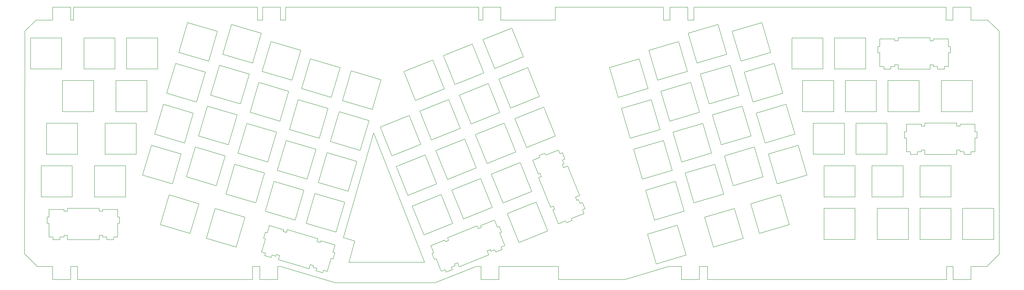
<source format=gm1>
G04 #@! TF.GenerationSoftware,KiCad,Pcbnew,(5.1.5-0-10_14)*
G04 #@! TF.CreationDate,2020-02-21T06:53:06+09:00*
G04 #@! TF.ProjectId,ColiceKeyPlate,436f6c69-6365-44b6-9579-506c6174652e,rev?*
G04 #@! TF.SameCoordinates,Original*
G04 #@! TF.FileFunction,Profile,NP*
%FSLAX46Y46*%
G04 Gerber Fmt 4.6, Leading zero omitted, Abs format (unit mm)*
G04 Created by KiCad (PCBNEW (5.1.5-0-10_14)) date 2020-02-21 06:53:06*
%MOMM*%
%LPD*%
G04 APERTURE LIST*
%ADD10C,0.200000*%
G04 APERTURE END LIST*
D10*
X316488581Y-141807467D02*
X316488581Y-136015557D01*
X320092320Y-136015557D02*
X320092320Y-141807467D01*
X426642935Y-136012514D02*
X429467026Y-136012514D01*
X437467235Y-141807467D02*
X437467235Y-136012514D01*
X320092320Y-141807467D02*
X426642935Y-141807467D01*
X429467026Y-136012514D02*
X429467026Y-141807467D01*
X253722793Y-141807467D02*
X283314242Y-141807467D01*
X227179384Y-136012514D02*
X253722793Y-136012514D01*
X429467026Y-141807467D02*
X437467235Y-141807467D01*
X308488340Y-136012514D02*
X308488340Y-141807467D01*
X253722793Y-136012514D02*
X253722793Y-141807467D01*
X302868903Y-136012514D02*
X308488340Y-136012514D01*
X437467235Y-136012514D02*
X444533955Y-136012514D01*
X426642935Y-141807467D02*
X426642935Y-136012514D01*
X227179384Y-141807467D02*
X227179384Y-136012514D01*
X316488581Y-136015557D02*
X320092320Y-136015557D01*
X308488340Y-141807467D02*
X316488581Y-141807467D01*
X283314242Y-141807467D02*
X302868903Y-136012514D01*
X132157134Y-26210065D02*
X129859282Y-26210065D01*
X300435958Y-26210065D02*
X300435958Y-20389232D01*
X444533955Y-136012514D02*
X450103862Y-130480417D01*
X36369007Y-26210065D02*
X36369007Y-20389232D01*
X119657161Y-20389232D02*
X37657179Y-20389232D01*
X121868956Y-26210065D02*
X119657161Y-26210065D01*
X129859282Y-26210065D02*
X129868927Y-20389232D01*
X437467235Y-20389232D02*
X429430515Y-20389232D01*
X132157134Y-20389232D02*
X132157134Y-26210065D01*
X218156970Y-20389232D02*
X132157134Y-20389232D01*
X437467235Y-26210065D02*
X437467235Y-20389232D01*
X252327682Y-26210065D02*
X248317153Y-26210065D01*
X429430515Y-26210065D02*
X426345693Y-26210065D01*
X220068626Y-26201692D02*
X218156970Y-26210065D01*
X220061591Y-20389232D02*
X220068626Y-26201692D01*
X227965845Y-26210065D02*
X227965845Y-20389232D01*
X426345693Y-20389232D02*
X314006107Y-20389232D01*
X426345693Y-26210065D02*
X426345693Y-20389232D01*
X236639896Y-26210065D02*
X227965845Y-26210065D01*
X314006107Y-20389232D02*
X314006107Y-26210065D01*
X129868927Y-20389232D02*
X121868956Y-20389232D01*
X300435958Y-20389232D02*
X252327682Y-20389232D01*
X444906829Y-26210065D02*
X437467235Y-26210065D01*
X248317153Y-26210065D02*
X236639896Y-26210065D01*
X219179429Y-141807467D02*
X227179384Y-141807467D01*
X128602400Y-136026467D02*
X129868927Y-136026467D01*
X120602429Y-136023935D02*
X120602429Y-141802140D01*
X36369007Y-20389232D02*
X28369040Y-20389232D01*
X128602400Y-141802140D02*
X128602400Y-136026467D01*
X311307210Y-26210065D02*
X311307210Y-20389232D01*
X219179429Y-136012514D02*
X219179429Y-141807467D01*
X28371387Y-136017585D02*
X28371387Y-141802140D01*
X218156970Y-26210065D02*
X218156970Y-20389232D01*
X198670365Y-143314561D02*
X217092015Y-136012514D01*
X39464795Y-136020125D02*
X39464795Y-141807467D01*
X429430515Y-20389232D02*
X429430515Y-26210065D01*
X217092015Y-136012514D02*
X219179429Y-136012514D01*
X154368706Y-143314561D02*
X198670365Y-143314561D01*
X129868927Y-136026467D02*
X154368706Y-143314561D01*
X119657161Y-26210065D02*
X119657161Y-20389232D01*
X36371354Y-141802140D02*
X36371354Y-136020125D01*
X303306968Y-26210065D02*
X300435958Y-26210065D01*
X314006107Y-26210065D02*
X311307210Y-26210065D01*
X21488531Y-136017585D02*
X28371387Y-136017585D01*
X117413032Y-141807467D02*
X117413032Y-136023679D01*
X37657179Y-20389232D02*
X37657179Y-26210065D01*
X227965845Y-20389232D02*
X220061591Y-20389232D01*
X450103862Y-31198190D02*
X444906829Y-26210065D01*
X303306968Y-20389232D02*
X303306968Y-26210065D01*
X252327682Y-20389232D02*
X252327682Y-26210065D01*
X120602429Y-141802140D02*
X128602400Y-141802140D01*
X117413032Y-136023679D02*
X120602429Y-136023935D01*
X39464795Y-141807467D02*
X117413032Y-141807467D01*
X36371354Y-136020125D02*
X39464795Y-136020125D01*
X28371387Y-141802140D02*
X36371354Y-141802140D01*
X15859427Y-130328184D02*
X21488531Y-136017585D01*
X16031011Y-31061437D02*
X15859427Y-130328184D01*
X311307210Y-20389232D02*
X303306968Y-20389232D01*
X450103862Y-130480417D02*
X450103862Y-31198190D01*
X37657179Y-26210065D02*
X36369007Y-26210065D01*
X21013680Y-26210065D02*
X16031011Y-31061437D01*
X28369040Y-26210065D02*
X21013680Y-26210065D01*
X28369040Y-20389232D02*
X28369040Y-26210065D01*
X121868956Y-20389232D02*
X121868956Y-26210065D01*
X296455657Y-115297466D02*
X309739511Y-111374316D01*
X309739511Y-111374316D02*
X305816380Y-98090398D01*
X171368706Y-76480671D02*
X157891435Y-123101698D01*
X327289736Y-103713931D02*
X323366605Y-90430013D01*
X310082751Y-94353163D02*
X314005882Y-107637081D01*
X340917080Y-82770474D02*
X327633226Y-86693624D01*
X162950724Y-124634863D02*
X160368721Y-134101657D01*
X157891435Y-123101698D02*
X162950724Y-124634863D01*
X331556357Y-99977542D02*
X344840211Y-96054392D01*
X310551880Y-130946828D02*
X306628749Y-117662910D01*
X306628749Y-117662910D02*
X293345293Y-121585943D01*
X292532526Y-102013548D02*
X296455657Y-115297466D01*
X305816380Y-98090398D02*
X292532526Y-102013548D01*
X194082367Y-134101657D02*
X171368706Y-76480671D01*
X293345293Y-121585943D02*
X297268424Y-134869861D01*
X322716194Y-127354216D02*
X336000048Y-123431066D01*
X297268424Y-134869861D02*
X310551880Y-130946828D01*
X323366605Y-90430013D02*
X310082751Y-94353163D01*
X327633226Y-86693624D02*
X331556357Y-99977542D01*
X336000048Y-123431066D02*
X332076917Y-110147148D01*
X314005882Y-107637081D02*
X327289736Y-103713931D01*
X318793063Y-114070298D02*
X322716194Y-127354216D01*
X344840211Y-96054392D02*
X340917080Y-82770474D01*
X160368721Y-134101657D02*
X194082367Y-134101657D01*
X312603059Y-53984108D02*
X299319205Y-57907258D01*
X349721987Y-45498006D02*
X336438133Y-49421156D01*
X353645118Y-58781923D02*
X349721987Y-45498006D01*
X297860456Y-52967863D02*
X311144310Y-49044713D01*
X293937325Y-39683945D02*
X297860456Y-52967863D01*
X322251434Y-68470610D02*
X326174566Y-81754528D01*
X334076540Y-59608064D02*
X330153409Y-46324146D01*
X316869555Y-50247296D02*
X320792686Y-63531214D01*
X345743019Y-80927964D02*
X359026873Y-77004814D01*
X334979384Y-44481760D02*
X348263238Y-40558610D01*
X359026873Y-77004814D02*
X355103742Y-63720896D01*
X355103742Y-63720896D02*
X341819888Y-67644046D01*
X408733042Y-73389156D02*
X408733042Y-72576353D01*
X336438133Y-49421156D02*
X340361264Y-62705073D01*
X348263238Y-40558610D02*
X344340107Y-27274692D01*
X344340107Y-27274692D02*
X331056253Y-31197842D01*
X416907595Y-72068352D02*
X431098497Y-72068352D01*
X415387831Y-73389156D02*
X416907595Y-73389156D01*
X415387831Y-72576353D02*
X415387831Y-73389156D01*
X280309981Y-60627402D02*
X293593835Y-56704252D01*
X308624091Y-89414067D02*
X321907945Y-85490917D01*
X340361264Y-62705073D02*
X353645118Y-58781923D01*
X326174566Y-81754528D02*
X339458420Y-77831378D01*
X408733042Y-72576353D02*
X415387831Y-72576353D01*
X291073791Y-97074198D02*
X304357645Y-93151048D01*
X317984814Y-72206999D02*
X304700960Y-76130149D01*
X311487550Y-32023560D02*
X315410681Y-45307478D01*
X352583429Y-104090087D02*
X339299575Y-108013237D01*
X295052634Y-61643817D02*
X281768780Y-65566967D01*
X276386850Y-47343484D02*
X280309981Y-60627402D01*
X311144310Y-49044713D02*
X307221179Y-35760795D01*
X324771404Y-28100410D02*
X311487550Y-32023560D01*
X331056253Y-31197842D02*
X334979384Y-44481760D01*
X315410681Y-45307478D02*
X328694535Y-41384328D01*
X332076917Y-110147148D02*
X318793063Y-114070298D01*
X285691911Y-78850885D02*
X298975765Y-74927735D01*
X356506560Y-117374005D02*
X352583429Y-104090087D01*
X330153409Y-46324146D02*
X316869555Y-50247296D01*
X343222706Y-121297155D02*
X356506560Y-117374005D01*
X341819888Y-67644046D02*
X345743019Y-80927964D01*
X339299575Y-108013237D02*
X343222706Y-121297155D01*
X364408664Y-95227828D02*
X360485533Y-81943910D01*
X351124810Y-99150978D02*
X364408664Y-95227828D01*
X347201679Y-85867061D02*
X351124810Y-99150978D01*
X360485533Y-81943910D02*
X347201679Y-85867061D01*
X304357645Y-93151048D02*
X300434514Y-79867130D01*
X416907595Y-73389156D02*
X416907595Y-72068352D01*
X287150660Y-83790280D02*
X291073791Y-97074198D01*
X300434514Y-79867130D02*
X287150660Y-83790280D01*
X408733042Y-75979964D02*
X408733042Y-73389156D01*
X298975765Y-74927735D02*
X295052634Y-61643817D01*
X281768780Y-65566967D02*
X285691911Y-78850885D01*
X293593835Y-56704252D02*
X289670704Y-43420334D01*
X321907945Y-85490917D02*
X317984814Y-72206999D01*
X339458420Y-77831378D02*
X335535288Y-64547460D01*
X328694535Y-41384328D02*
X324771404Y-28100410D01*
X307221179Y-35760795D02*
X293937325Y-39683945D01*
X320792686Y-63531214D02*
X334076540Y-59608064D01*
X289670704Y-43420334D02*
X276386850Y-47343484D01*
X304700960Y-76130149D02*
X308624091Y-89414067D01*
X316526190Y-67268026D02*
X312603059Y-53984108D01*
X335535288Y-64547460D02*
X322251434Y-68470610D01*
X303242336Y-71191176D02*
X316526190Y-67268026D01*
X299319205Y-57907258D02*
X303242336Y-71191176D01*
X410536439Y-86038395D02*
X410536439Y-84869991D01*
X434421658Y-84869991D02*
X432618260Y-84869991D01*
X405026237Y-48031228D02*
X405026237Y-46075420D01*
X403506473Y-34569186D02*
X403506473Y-35381989D01*
X425588295Y-48031228D02*
X422540300Y-48031228D01*
X396851684Y-46862824D02*
X396851684Y-46075420D01*
X416907595Y-86038395D02*
X416907595Y-84082588D01*
X432618260Y-72576353D02*
X439273049Y-72576353D01*
X439273049Y-84869991D02*
X437469653Y-84869991D01*
X413584434Y-86038395D02*
X410536439Y-86038395D01*
X431098497Y-86038395D02*
X416907595Y-86038395D01*
X415387831Y-84082588D02*
X415387831Y-84869991D01*
X431098497Y-73389156D02*
X432618260Y-73389156D01*
X413584434Y-84869991D02*
X413584434Y-86038395D01*
X415387831Y-84869991D02*
X413584434Y-84869991D01*
X405026237Y-46075420D02*
X403506473Y-46075420D01*
X434421658Y-86038395D02*
X434421658Y-84869991D01*
X395967184Y-40766805D02*
X395967184Y-37972797D01*
X431098497Y-84082588D02*
X431098497Y-86038395D01*
X395967184Y-37972797D02*
X396851684Y-37972797D01*
X440157283Y-78773973D02*
X439273049Y-78773973D01*
X440157283Y-75979964D02*
X440157283Y-78773973D01*
X419217139Y-46075420D02*
X419217139Y-48031228D01*
X425588295Y-46862824D02*
X425588295Y-48031228D01*
X398655081Y-48031228D02*
X398655081Y-46862824D01*
X420736902Y-46862824D02*
X420736902Y-46075420D01*
X396851684Y-35381989D02*
X396851684Y-34569186D01*
X431098497Y-72068352D02*
X431098497Y-73389156D01*
X422540300Y-48031228D02*
X422540300Y-46862824D01*
X416907595Y-84082588D02*
X415387831Y-84082588D01*
X437469653Y-86038395D02*
X434421658Y-86038395D01*
X428275925Y-37972797D02*
X428275925Y-40766805D01*
X439273049Y-78773973D02*
X439273049Y-84869991D01*
X432618260Y-73389156D02*
X432618260Y-72576353D01*
X396851684Y-34569186D02*
X403506473Y-34569186D01*
X419217139Y-48031228D02*
X405026237Y-48031228D01*
X428275925Y-40766805D02*
X427391691Y-40766805D01*
X396851684Y-40766805D02*
X395967184Y-40766805D01*
X403506473Y-35381989D02*
X405026237Y-35381989D01*
X427391691Y-46862824D02*
X425588295Y-46862824D01*
X407848542Y-75979964D02*
X408733042Y-75979964D01*
X408733042Y-78773973D02*
X407848542Y-78773973D01*
X401703076Y-46862824D02*
X401703076Y-48031228D01*
X427391691Y-40766805D02*
X427391691Y-46862824D01*
X403506473Y-46075420D02*
X403506473Y-46862824D01*
X432618260Y-84082588D02*
X431098497Y-84082588D01*
X439273049Y-72576353D02*
X439273049Y-75979964D01*
X422540300Y-46862824D02*
X420736902Y-46862824D01*
X408733042Y-84082588D02*
X408733042Y-78773973D01*
X405026237Y-34061185D02*
X419217139Y-34061185D01*
X405026237Y-35381989D02*
X405026237Y-34061185D01*
X396851684Y-46075420D02*
X396851684Y-40766805D01*
X407848542Y-78773973D02*
X407848542Y-75979964D01*
X396851684Y-37972797D02*
X396851684Y-35381989D01*
X437469653Y-84869991D02*
X437469653Y-86038395D01*
X401703076Y-48031228D02*
X398655081Y-48031228D01*
X439273049Y-75979964D02*
X440157283Y-75979964D01*
X398655081Y-46862824D02*
X396851684Y-46862824D01*
X432618260Y-84869991D02*
X432618260Y-84082588D01*
X403506473Y-46862824D02*
X401703076Y-46862824D01*
X408733042Y-84869991D02*
X408733042Y-84082588D01*
X420736902Y-46075420D02*
X419217139Y-46075420D01*
X410536439Y-84869991D02*
X408733042Y-84869991D01*
X427391691Y-37972797D02*
X428275925Y-37972797D01*
X376690416Y-34116925D02*
X376690416Y-47967694D01*
X424219288Y-66965893D02*
X438070343Y-66965893D01*
X433742419Y-110125333D02*
X433742419Y-123976101D01*
X414740607Y-123976366D02*
X428591662Y-123976366D01*
X390541471Y-47967694D02*
X390541471Y-34116925D01*
X400454984Y-53115125D02*
X400454984Y-66965893D01*
X414306039Y-53115125D02*
X400454984Y-53115125D01*
X381452908Y-66966158D02*
X395303962Y-66966158D01*
X386215399Y-72119674D02*
X386215399Y-85970442D01*
X376301886Y-66969468D02*
X376301886Y-53118347D01*
X362450831Y-66969468D02*
X376301886Y-66969468D01*
X395303962Y-53115389D02*
X381452908Y-53115389D01*
X395303962Y-66966158D02*
X395303962Y-53115389D01*
X427391691Y-34569186D02*
X427391691Y-37972797D01*
X385826869Y-110128603D02*
X371975814Y-110128603D01*
X371975814Y-104972264D02*
X385826869Y-104972264D01*
X409589585Y-123979677D02*
X409589585Y-110128555D01*
X371539394Y-34117454D02*
X357688340Y-34117454D01*
X367213323Y-85970890D02*
X381064377Y-85970890D01*
X385826869Y-91121143D02*
X371975814Y-91121143D01*
X419217139Y-34061185D02*
X419217139Y-35381989D01*
X393358533Y-104975434D02*
X407209588Y-104975434D01*
X385826869Y-104972264D02*
X385826869Y-91121143D01*
X371975814Y-91121143D02*
X371975814Y-104972264D01*
X395738530Y-110128555D02*
X395738530Y-123979677D01*
X428591662Y-110125598D02*
X414740607Y-110125598D01*
X424219288Y-53115125D02*
X424219288Y-66965893D01*
X409589585Y-110128555D02*
X395738530Y-110128555D01*
X400066454Y-72119674D02*
X386215399Y-72119674D01*
X414740797Y-104972259D02*
X428591852Y-104972259D01*
X414306039Y-66965893D02*
X414306039Y-53115125D01*
X371539394Y-47968223D02*
X371539394Y-34117454D01*
X381064377Y-85970890D02*
X381064377Y-72119769D01*
X357688340Y-47968223D02*
X371539394Y-47968223D01*
X362450831Y-53118347D02*
X362450831Y-66969468D01*
X420736902Y-34569186D02*
X427391691Y-34569186D01*
X420736902Y-35381989D02*
X420736902Y-34569186D01*
X414740797Y-91121137D02*
X414740797Y-104972259D01*
X419217139Y-35381989D02*
X420736902Y-35381989D01*
X428591852Y-104972259D02*
X428591852Y-91121137D01*
X428591852Y-91121137D02*
X414740797Y-91121137D01*
X386215399Y-85970442D02*
X400066454Y-85970442D01*
X395738530Y-123979677D02*
X409589585Y-123979677D01*
X400066454Y-85970442D02*
X400066454Y-72119674D01*
X428591662Y-123976366D02*
X428591662Y-110125598D01*
X407209588Y-104975434D02*
X407209588Y-91124312D01*
X381064377Y-72119769D02*
X367213323Y-72119769D01*
X393358533Y-91124312D02*
X393358533Y-104975434D01*
X407209588Y-91124312D02*
X393358533Y-91124312D01*
X385826869Y-123979724D02*
X385826869Y-110128603D01*
X371975814Y-123979724D02*
X385826869Y-123979724D01*
X447593474Y-123976101D02*
X447593474Y-110125333D01*
X381452908Y-53115389D02*
X381452908Y-66966158D01*
X367213323Y-72119769D02*
X367213323Y-85970890D01*
X371975814Y-110128603D02*
X371975814Y-123979724D01*
X447593474Y-110125333D02*
X433742419Y-110125333D01*
X376690416Y-47967694D02*
X390541471Y-47967694D01*
X414740607Y-110125598D02*
X414740607Y-123976366D01*
X433742419Y-123976101D02*
X447593474Y-123976101D01*
X390541471Y-34116925D02*
X376690416Y-34116925D01*
X400454984Y-66965893D02*
X414306039Y-66965893D01*
X357688340Y-34117454D02*
X357688340Y-47968223D01*
X438070343Y-66965893D02*
X438070343Y-53115125D01*
X438070343Y-53115125D02*
X424219288Y-53115125D01*
X201473994Y-138136887D02*
X201179029Y-137406818D01*
X204752528Y-124429780D02*
X204257748Y-123205152D01*
X261286794Y-105098577D02*
X261856108Y-106507685D01*
X201179029Y-137406818D02*
X199190394Y-132484756D01*
X251187762Y-110818001D02*
X251941377Y-110513519D01*
X251372063Y-109104411D02*
X250147440Y-109599194D01*
X197173214Y-127492040D02*
X196868733Y-126738422D01*
X251941377Y-110513519D02*
X251372063Y-109104411D01*
X263261738Y-107884807D02*
X264345058Y-107447115D01*
X253638603Y-84066620D02*
X254314167Y-85738707D01*
X247986499Y-86350231D02*
X253638603Y-84066620D01*
X246056051Y-95946770D02*
X245486738Y-94537664D01*
X206409817Y-137402838D02*
X203583765Y-138544644D01*
X207644208Y-135643944D02*
X205972127Y-136319513D01*
X257784167Y-91208277D02*
X263100178Y-104365918D01*
X221915921Y-129028522D02*
X222648577Y-130841916D01*
X254434307Y-116683762D02*
X253680693Y-116988244D01*
X245064711Y-86577034D02*
X247655259Y-85530379D01*
X255455968Y-88564773D02*
X256131533Y-90236863D01*
X253680693Y-116988244D02*
X251187762Y-110818001D01*
X209490999Y-136157953D02*
X208758343Y-134344559D01*
X254314167Y-85738707D02*
X255397487Y-85301015D01*
X256131533Y-90236863D02*
X255401468Y-90531830D01*
X198143744Y-129894195D02*
X197173214Y-127492040D01*
X199190394Y-132484756D02*
X198370300Y-132816097D01*
X264403538Y-110710872D02*
X265079103Y-112382961D01*
X247655259Y-85530379D02*
X247986499Y-86350231D01*
X263100178Y-104365918D02*
X261286794Y-105098577D01*
X255401468Y-90531830D02*
X255970782Y-91940936D01*
X203343427Y-124999097D02*
X204752528Y-124429780D01*
X244831429Y-96441553D02*
X246056051Y-95946770D01*
X203146075Y-137461318D02*
X201473994Y-138136887D01*
X203583765Y-138544644D02*
X203146075Y-137461318D01*
X376301886Y-53118347D02*
X362450831Y-53118347D01*
X259758339Y-115486671D02*
X257167791Y-116533326D01*
X250147440Y-109599194D02*
X244831429Y-96441553D01*
X256836451Y-115713227D02*
X254434307Y-116683762D01*
X257167791Y-116533326D02*
X256836451Y-115713227D01*
X259426999Y-114666572D02*
X259758339Y-115486671D01*
X264349038Y-112677928D02*
X259426999Y-114666572D01*
X244733123Y-94842146D02*
X242240193Y-88671903D01*
X198370300Y-132816097D02*
X197323649Y-130225537D01*
X242240193Y-88671903D02*
X245395951Y-87396886D01*
X265486858Y-110273180D02*
X264403538Y-110710872D01*
X204257748Y-123205152D02*
X217415326Y-117889115D01*
X223619986Y-129189274D02*
X223325021Y-128459206D01*
X203038947Y-124245479D02*
X203343427Y-124999097D01*
X197323649Y-130225537D02*
X198143744Y-129894195D01*
X207349242Y-134913876D02*
X207644208Y-135643944D01*
X222648577Y-130841916D02*
X209490999Y-136157953D01*
X223325021Y-128459206D02*
X221915921Y-129028522D01*
X265079103Y-112382961D02*
X264349038Y-112677928D01*
X205972127Y-136319513D02*
X206409817Y-137402838D01*
X264345058Y-107447115D02*
X265486858Y-110273180D01*
X262586173Y-106212718D02*
X263261738Y-107884807D01*
X208758343Y-134344559D02*
X207349242Y-134913876D01*
X255970782Y-91940936D02*
X257784167Y-91208277D01*
X245395951Y-87396886D02*
X245064711Y-86577034D01*
X256539288Y-88127081D02*
X255455968Y-88564773D01*
X245486738Y-94537664D02*
X244733123Y-94842146D01*
X196868733Y-126738422D02*
X203038947Y-124245479D01*
X261856108Y-106507685D02*
X262586173Y-106212718D01*
X255397487Y-85301015D02*
X256539288Y-88127081D01*
X225292067Y-128513705D02*
X223619986Y-129189274D01*
X174323916Y-73881709D02*
X187166392Y-68692982D01*
X204784549Y-61574180D02*
X209973251Y-74416718D01*
X209560514Y-59645118D02*
X222402990Y-54456391D01*
X247139423Y-64955304D02*
X252328125Y-77797842D01*
X227591692Y-67298929D02*
X214749216Y-72487656D01*
X222402990Y-54456391D02*
X227591692Y-67298929D01*
X228326447Y-120712958D02*
X227506599Y-121044201D01*
X214749216Y-72487656D02*
X209560514Y-59645118D01*
X243756949Y-107309501D02*
X248945651Y-120152039D01*
X228118120Y-127371899D02*
X228555810Y-128455225D01*
X226459949Y-118453640D02*
X227279797Y-118122398D01*
X225184939Y-115297867D02*
X226459949Y-118453640D01*
X236639035Y-89691976D02*
X241827737Y-102534514D01*
X206591139Y-116771105D02*
X193748663Y-121959832D01*
X187166392Y-68692982D02*
X192355094Y-81535521D01*
X220473594Y-49680951D02*
X207631118Y-54869678D01*
X202442416Y-42027140D02*
X215284892Y-36838413D01*
X211366720Y-114840784D02*
X206178018Y-101998246D01*
X188559961Y-109117294D02*
X201402437Y-103928567D01*
X252328125Y-77797842D02*
X239485649Y-82986569D01*
X199473126Y-99153335D02*
X186630649Y-104342062D01*
X216678545Y-77262933D02*
X229521021Y-72074206D01*
X217091282Y-92034532D02*
X204248806Y-97223259D01*
X191942072Y-66762907D02*
X204784549Y-61574180D01*
X199060104Y-84380721D02*
X211902580Y-79191994D01*
X241827737Y-102534514D02*
X228985261Y-107723241D01*
X209973251Y-74416718D02*
X197130774Y-79605445D01*
X215284892Y-36838413D02*
X220473594Y-49680951D01*
X239485649Y-82986569D02*
X234296947Y-70144031D01*
X225729757Y-129597031D02*
X225292067Y-128513705D01*
X184824140Y-49145338D02*
X197666616Y-43956611D01*
X223796559Y-94880703D02*
X236639035Y-89691976D01*
X227279797Y-118122398D02*
X228326447Y-120712958D01*
X193748663Y-121959832D02*
X188559961Y-109117294D01*
X224209196Y-109652057D02*
X211366720Y-114840784D01*
X204248806Y-97223259D02*
X199060104Y-84380721D01*
X197666616Y-43956611D02*
X202855186Y-56798822D01*
X221867247Y-90105471D02*
X216678545Y-77262933D01*
X217910106Y-119113744D02*
X219319206Y-118544427D01*
X190012710Y-61987549D02*
X184824140Y-49145338D01*
X228555810Y-128455225D02*
X225729757Y-129597031D01*
X181441947Y-91499524D02*
X194284424Y-86310797D01*
X192355094Y-81535521D02*
X179512618Y-86724247D01*
X202855186Y-56798822D02*
X190012710Y-61987549D01*
X230914473Y-112498228D02*
X243756949Y-107309501D01*
X229790200Y-126696332D02*
X228118120Y-127371899D01*
X227506599Y-121044201D02*
X229790200Y-126696332D01*
X197130774Y-79605445D02*
X191942072Y-66762907D01*
X219014725Y-117790809D02*
X225184939Y-115297867D01*
X219319206Y-118544427D02*
X219014725Y-117790809D01*
X219020494Y-96809519D02*
X224209196Y-109652057D01*
X228985261Y-107723241D02*
X223796559Y-94880703D01*
X201402437Y-103928567D02*
X206591139Y-116771105D01*
X229521021Y-72074206D02*
X234709723Y-84916744D01*
X194284424Y-86310797D02*
X199473126Y-99153335D01*
X248945651Y-120152039D02*
X236103175Y-125340766D01*
X217415326Y-117889115D02*
X217910106Y-119113744D01*
X186630649Y-104342062D02*
X181441947Y-91499524D01*
X234709723Y-84916744D02*
X221867247Y-90105471D01*
X179512618Y-86724247D02*
X174323916Y-73881709D01*
X206178018Y-101998246D02*
X219020494Y-96809519D01*
X211902580Y-79191994D02*
X217091282Y-92034532D01*
X236103175Y-125340766D02*
X230914473Y-112498228D01*
X207631118Y-54869678D02*
X202442416Y-42027140D01*
X18517226Y-47968129D02*
X18517226Y-34117007D01*
X32368281Y-47968129D02*
X18517226Y-47968129D01*
X46996586Y-91121143D02*
X60847641Y-91121143D01*
X32368281Y-34117007D02*
X32368281Y-47968129D01*
X49118894Y-110063692D02*
X49118894Y-111384496D01*
X26753439Y-116769313D02*
X25868939Y-116769313D01*
X26753439Y-122077928D02*
X26753439Y-116769313D01*
X31604830Y-122865332D02*
X31604830Y-124033735D01*
X28556836Y-122865332D02*
X26753439Y-122865332D01*
X58177680Y-116769313D02*
X57293445Y-116769313D01*
X58177680Y-113975304D02*
X58177680Y-116769313D01*
X33408228Y-122077928D02*
X33408228Y-122865332D01*
X31604830Y-124033735D02*
X28556836Y-124033735D01*
X26753439Y-122865332D02*
X26753439Y-122077928D01*
X32756811Y-53119135D02*
X46607866Y-53119135D01*
X25613264Y-85969384D02*
X25613264Y-72118616D01*
X37082883Y-104972788D02*
X23231828Y-104972788D01*
X52442054Y-124033735D02*
X52442054Y-122865332D01*
X55490050Y-122865332D02*
X55490050Y-124033735D01*
X232367617Y-65368755D02*
X227178915Y-52526217D01*
X34927991Y-111384496D02*
X34927991Y-110063692D01*
X26753439Y-110571693D02*
X33408228Y-110571693D01*
X26753439Y-111384496D02*
X26753439Y-110571693D01*
X26753439Y-113975304D02*
X26753439Y-111384496D01*
X28556836Y-124033735D02*
X28556836Y-122865332D01*
X50638657Y-111384496D02*
X50638657Y-110571693D01*
X23231828Y-104972788D02*
X23231828Y-91121666D01*
X18517226Y-34117007D02*
X32368281Y-34117007D01*
X50638657Y-122077928D02*
X49118894Y-122077928D01*
X49118894Y-111384496D02*
X50638657Y-111384496D01*
X50638657Y-122865332D02*
X50638657Y-122077928D01*
X55490050Y-124033735D02*
X52442054Y-124033735D01*
X32756811Y-66970256D02*
X32756811Y-53119135D01*
X57293445Y-113975304D02*
X58177680Y-113975304D01*
X46996586Y-104972264D02*
X46996586Y-91121143D01*
X234296947Y-70144031D02*
X247139423Y-64955304D01*
X245210094Y-60180028D02*
X232367617Y-65368755D01*
X240021392Y-47337490D02*
X245210094Y-60180028D01*
X227178915Y-52526217D02*
X240021392Y-47337490D01*
X225249553Y-47750859D02*
X220060983Y-34908648D01*
X238092029Y-42562132D02*
X225249553Y-47750859D01*
X33408228Y-110571693D02*
X33408228Y-111384496D01*
X60847641Y-91121143D02*
X60847641Y-104972264D01*
X46607866Y-66970256D02*
X32756811Y-66970256D01*
X232903459Y-29719921D02*
X238092029Y-42562132D01*
X220060983Y-34908648D02*
X232903459Y-29719921D01*
X57293445Y-116769313D02*
X57293445Y-122865332D01*
X34927991Y-110063692D02*
X49118894Y-110063692D01*
X33408228Y-111384496D02*
X34927991Y-111384496D01*
X37082883Y-91121666D02*
X37082883Y-104972788D01*
X50638657Y-110571693D02*
X57293445Y-110571693D01*
X25868939Y-113975304D02*
X26753439Y-113975304D01*
X33408228Y-122865332D02*
X31604830Y-122865332D01*
X57293445Y-122865332D02*
X55490050Y-122865332D01*
X25868939Y-116769313D02*
X25868939Y-113975304D01*
X34927991Y-122077928D02*
X33408228Y-122077928D01*
X34927991Y-124033735D02*
X34927991Y-122077928D01*
X49118894Y-124033735D02*
X34927991Y-124033735D01*
X49118894Y-122077928D02*
X49118894Y-124033735D01*
X52442054Y-122865332D02*
X50638657Y-122865332D01*
X23231828Y-91121666D02*
X37082883Y-91121666D01*
X46607866Y-53119135D02*
X46607866Y-66970256D01*
X60847641Y-104972264D02*
X46996586Y-104972264D01*
X57293445Y-110571693D02*
X57293445Y-113975304D01*
X147577947Y-125303465D02*
X147808795Y-124524133D01*
X56521569Y-53118347D02*
X70372624Y-53118347D01*
X75135116Y-34117454D02*
X75135116Y-47968223D01*
X122298880Y-123431514D02*
X123092419Y-120752563D01*
X131287914Y-119630398D02*
X131057066Y-120409730D01*
X123083679Y-111374316D02*
X127006810Y-98090398D01*
X118817308Y-107637081D02*
X105533454Y-103713931D01*
X140290664Y-102013548D02*
X136367533Y-115297466D01*
X56521569Y-66969468D02*
X56521569Y-53118347D01*
X153277149Y-132607745D02*
X152429327Y-132356608D01*
X154070687Y-129928794D02*
X153277149Y-132607745D01*
X123144734Y-130039908D02*
X121415601Y-129527712D01*
X125735369Y-132025879D02*
X122812890Y-131160197D01*
X150697971Y-138201593D02*
X148968839Y-137689398D01*
X128921682Y-132969713D02*
X129477160Y-131094446D01*
X152429327Y-132356608D02*
X150697971Y-138201593D01*
X61284061Y-34117454D02*
X75135116Y-34117454D01*
X124907169Y-117740325D02*
X131287914Y-119630398D01*
X128019980Y-130662807D02*
X127796346Y-131417785D01*
X144540860Y-135556541D02*
X143083681Y-135124903D01*
X144317227Y-136311520D02*
X144540860Y-135556541D01*
X127006810Y-98090398D02*
X140290664Y-102013548D01*
X146120768Y-124871826D02*
X147577947Y-125303465D01*
X145714517Y-137944004D02*
X146046360Y-136823715D01*
X123092419Y-120752563D02*
X123940495Y-121003776D01*
X70372624Y-66969468D02*
X56521569Y-66969468D01*
X154189539Y-126414206D02*
X153222866Y-129677656D01*
X132889374Y-119574955D02*
X146495895Y-123605413D01*
X121639235Y-128772734D02*
X123146957Y-123682727D01*
X121415601Y-129527712D02*
X121639235Y-128772734D01*
X136367533Y-115297466D02*
X123083679Y-111374316D01*
X105533454Y-103713931D02*
X109456585Y-90430013D01*
X148968839Y-137689398D02*
X148636996Y-138809687D01*
X39464318Y-85969384D02*
X25613264Y-85969384D01*
X39464318Y-72118616D02*
X39464318Y-85969384D01*
X146495895Y-123605413D02*
X146120768Y-124871826D01*
X25613264Y-72118616D02*
X39464318Y-72118616D01*
X42281984Y-47967694D02*
X42281984Y-34116925D01*
X56133039Y-47967694D02*
X42281984Y-47967694D01*
X65610133Y-85970890D02*
X51759078Y-85970890D01*
X65610133Y-72119769D02*
X65610133Y-85970890D01*
X123940495Y-121003776D02*
X124676321Y-118519657D01*
X70372624Y-53118347D02*
X70372624Y-66969468D01*
X132514246Y-120841369D02*
X132889374Y-119574955D01*
X124676321Y-118519657D02*
X124907169Y-117740325D01*
X143083681Y-135124903D02*
X142528204Y-137000170D01*
X126067212Y-130905590D02*
X125735369Y-132025879D01*
X129477160Y-131094446D02*
X128019980Y-130662807D01*
X142528204Y-137000170D02*
X128921682Y-132969713D01*
X153222866Y-129677656D02*
X154070687Y-129928794D01*
X146046360Y-136823715D02*
X144317227Y-136311520D01*
X148636996Y-138809687D02*
X145714517Y-137944004D01*
X122812890Y-131160197D02*
X123144734Y-130039908D01*
X122740439Y-94353163D02*
X118817308Y-107637081D01*
X147808795Y-124524133D02*
X154189539Y-126414206D01*
X127796346Y-131417785D02*
X126067212Y-130905590D01*
X56133039Y-34116925D02*
X56133039Y-47967694D01*
X51759078Y-85970890D02*
X51759078Y-72119769D01*
X42281984Y-34116925D02*
X56133039Y-34116925D01*
X51759078Y-72119769D02*
X65610133Y-72119769D01*
X131057066Y-120409730D02*
X132514246Y-120841369D01*
X61284061Y-47968223D02*
X61284061Y-34117454D01*
X75135116Y-47968223D02*
X61284061Y-47968223D01*
X123146957Y-123682727D02*
X122298880Y-123431514D01*
X152513209Y-60627402D02*
X139229355Y-56704252D01*
X138885866Y-39683945D02*
X134962734Y-52967863D01*
X91003303Y-67644046D02*
X87080172Y-80927964D01*
X156436340Y-47343484D02*
X152513209Y-60627402D01*
X143152486Y-43420334D02*
X156436340Y-47343484D01*
X124199100Y-89414067D02*
X110915246Y-85490917D01*
X128122231Y-76130149D02*
X124199100Y-89414067D01*
X117412509Y-45307478D02*
X104128655Y-41384328D01*
X120220132Y-53984108D02*
X133503986Y-57907258D01*
X121335641Y-32023560D02*
X117412509Y-45307478D01*
X92461927Y-62705073D02*
X79178073Y-58781923D01*
X106648625Y-81754528D02*
X93364771Y-77831378D01*
X102669782Y-46324146D02*
X115953636Y-50247296D01*
X110571756Y-68470610D02*
X106648625Y-81754528D01*
X116297001Y-67268026D02*
X120220132Y-53984108D01*
X112030505Y-63531214D02*
X98746651Y-59608064D01*
X77719449Y-63720896D02*
X91003303Y-67644046D01*
X115953636Y-50247296D02*
X112030505Y-63531214D01*
X129580855Y-71191176D02*
X116297001Y-67268026D01*
X98746651Y-59608064D02*
X102669782Y-46324146D01*
X133503986Y-57907258D02*
X129580855Y-71191176D01*
X134962734Y-52967863D02*
X121678880Y-49044713D01*
X108051787Y-28100410D02*
X121335641Y-32023560D01*
X97287902Y-64547460D02*
X110571756Y-68470610D01*
X109456585Y-90430013D02*
X122740439Y-94353163D01*
X101266833Y-99977542D02*
X87982979Y-96054392D01*
X128465546Y-93151048D02*
X132388677Y-79867130D01*
X87982979Y-96054392D02*
X91906111Y-82770474D01*
X105189965Y-86693624D02*
X101266833Y-99977542D01*
X91906111Y-82770474D02*
X105189965Y-86693624D01*
X114030127Y-114070298D02*
X110106996Y-127354216D01*
X141749400Y-97074198D02*
X128465546Y-93151048D01*
X110915246Y-85490917D02*
X114838377Y-72206999D01*
X145231158Y-103471814D02*
X158515012Y-107394964D01*
X104128655Y-41384328D02*
X108051787Y-28100410D01*
X79178073Y-58781923D02*
X83101204Y-45498006D01*
X96823142Y-123431066D02*
X100746273Y-110147148D01*
X154591880Y-120678882D02*
X141308026Y-116755732D01*
X110106996Y-127354216D02*
X96823142Y-123431066D01*
X133847426Y-74927735D02*
X137770557Y-61643817D01*
X100746273Y-110147148D02*
X114030127Y-114070298D01*
X76316630Y-117374005D02*
X80239762Y-104090087D01*
X125602012Y-35760795D02*
X138885866Y-39683945D01*
X89600484Y-121297155D02*
X76316630Y-117374005D01*
X93523616Y-108013237D02*
X89600484Y-121297155D01*
X80239762Y-104090087D02*
X93523616Y-108013237D01*
X114838377Y-72206999D02*
X128122231Y-76130149D01*
X73796318Y-77004814D02*
X77719449Y-63720896D01*
X93364771Y-77831378D02*
X97287902Y-64547460D01*
X121678880Y-49044713D02*
X125602012Y-35760795D01*
X68414526Y-95227828D02*
X72337657Y-81943910D01*
X81698380Y-99150978D02*
X68414526Y-95227828D01*
X85621511Y-85867061D02*
X81698380Y-99150978D01*
X72337657Y-81943910D02*
X85621511Y-85867061D01*
X141308026Y-116755732D02*
X145231158Y-103471814D01*
X158515012Y-107394964D02*
X154591880Y-120678882D01*
X145672531Y-83790280D02*
X141749400Y-97074198D01*
X132388677Y-79867130D02*
X145672531Y-83790280D01*
X87080172Y-80927964D02*
X73796318Y-77004814D01*
X147131280Y-78850885D02*
X133847426Y-74927735D01*
X151054411Y-65566967D02*
X147131280Y-78850885D01*
X137770557Y-61643817D02*
X151054411Y-65566967D01*
X139229355Y-56704252D02*
X143152486Y-43420334D01*
X96385058Y-49421156D02*
X92461927Y-62705073D01*
X161376634Y-48802426D02*
X174660488Y-52725576D01*
X97843806Y-44481760D02*
X84559952Y-40558610D01*
X170737456Y-66009156D02*
X157453602Y-62086006D01*
X150612949Y-85248799D02*
X163896803Y-89171950D01*
X83101204Y-45498006D02*
X96385058Y-49421156D01*
X84559952Y-40558610D02*
X88483084Y-27274692D01*
X159973672Y-102455867D02*
X146689818Y-98532717D01*
X157453602Y-62086006D02*
X161376634Y-48802426D01*
X169278683Y-70948636D02*
X165355552Y-84232554D01*
X101766938Y-31197842D02*
X97843806Y-44481760D01*
X88483084Y-27274692D02*
X101766938Y-31197842D01*
X146689818Y-98532717D02*
X150612949Y-85248799D01*
X163896803Y-89171950D02*
X159973672Y-102455867D01*
X152071698Y-80309404D02*
X155994829Y-67025486D01*
X165355552Y-84232554D02*
X152071698Y-80309404D01*
X155994829Y-67025486D02*
X169278683Y-70948636D01*
X174660488Y-52725576D02*
X170737456Y-66009156D01*
M02*

</source>
